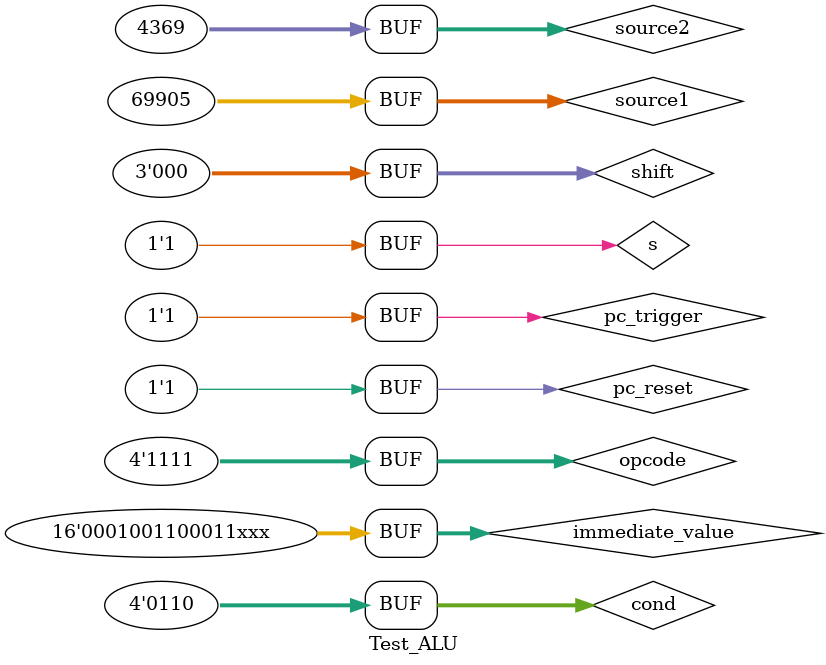
<source format=v>
module Test_ALU;
reg s;
reg [2:0] shift;
reg [15:0] immediate_value;
reg [31:0] source1,source2;
reg [3:0] cond,opcode;
wire [31:0] result;
wire [3:0] flags;

reg pc_trigger, pc_reset;
wire [7:0] pc_out;




initial
begin
	s = 0; shift = 3'b0; immediate_value = 16'b0001_0011_0001_1xxx; source1 = 32'h0000_00001; source2 = 32'h0000_0002; cond = 4'b0000; opcode = 4'b0000; pc_trigger=1'b1; pc_reset=1'b0; // ADD expecting result = 32'h0000_0003 & no flags set adder WORKING
//10
#10 	s = 0; shift = 3'b0; immediate_value = 16'b0010_0100_0001_1xxx; source1 = 32'h5555_5555; source2 = 32'h3333_3333; cond = 4'b0000; opcode = 4'b0001;	pc_trigger=1'b0; pc_reset=1'b1;// SUB expecting result = 32'h2222_2222 & no flags set subtraction WORKING
//20
#10 	s = 1; shift = 3'b001; immediate_value = 16'b0001_0011_0001_1xxx; source1 = 32'b0000_1001; source2 = 32'b0000_0110; cond = 4'b0000; opcode = 4'b0011; pc_trigger=1'b1; pc_reset=1'b1;	// bitwise OR on shifted input (source2 goes to 32'b0 after shift) expecting result = 32'b1001 & no flags set
//30
#10 	s = 1; shift = 3'b0; immediate_value = 16'b0001_0011_0001_1xxx; source1 = 32'h0000_1111; source2 = 32'h0000_1111; cond = 4'b0000; opcode = 4'b0001;	pc_trigger=1'b0; pc_reset=1'b1;// SUB expecting result = 32'h0 & z flag set to 1
//40
#10 	s = 1; shift = 3'b0; immediate_value = 16'b0001_0011_0001_1xxx; source1 = 32'h0000_0000; source2 = 32'h0000_ffff; cond = 4'b0000; opcode = 4'b0001; pc_trigger=1'b1; pc_reset=1'b1;// SUB expecting result = 32'hFFFF_0001 & n flag set to 1
//50
#10     s = 1; shift=3'b0; immediate_value = 16'b0001_0011_0000_1xxx; source1 = 32'b101; source2 = 32'b101; cond = 4'b0000; opcode = 4'b0010; pc_trigger=1'b0; pc_reset=1'b1; // multiplier, result = 32'h0000_00AF, all flags set to zero
//60
#10 	s = 1; shift = 3'b0; immediate_value = 16'b0001_0011_0001_1xxx; source1 = 32'h0001_1111; source2 = 32'h0000_1111; cond = 4'b0000; opcode = 4'b0100;	pc_trigger=1'b1; pc_reset=1'b1;// bitwise AND, should ouput 32'h0000_1111
//70
#10 	s = 1; shift = 3'b0; immediate_value = 16'b0001_0011_0001_1xxx; source1 = 32'h0001_1110; source2 = 32'h0000_1111; cond = 4'b0000; opcode = 4'b0101;	 pc_trigger=1'b0; pc_reset=1'b1;// bitwise XOR, should output 32'h0001_0001
//80
#10 	s = 1; shift = 3'b0; immediate_value = 16'b1111_1111_1111_1111; source1 = 32'h0001_1110; source2 = 32'h0000_1111; cond = 4'b0000; opcode = 4'b0110;	 pc_trigger=1'b1; pc_reset=1'b0;// immediate move, out=immediate_value=1111_1111_1111_1111
//90
#10 	s = 1; shift = 3'b0; immediate_value = 16'b1111_1111_1111_1111; source1 = 32'h0001_1110; source2 = 32'h0000_1111; cond = 4'b0000; opcode = 4'b0111;	 pc_trigger=1'b0; pc_reset=1'b1;// move, out=source2=32h'0000_1111
//100
#10 	s = 1; shift = 3'b0; immediate_value = 16'b0001_0011_0001_1xxx; source1 = 32'h0000_1111; source2 = 32'h0000_1111; cond = 4'b0001; opcode = 4'b1000;	 pc_trigger=1'b1; pc_reset=1'b1;// comapare equal than, out=1
//110
#10 	s = 1; shift = 3'b0; immediate_value = 16'b0001_0011_0001_1xxx; source1 = 32'hF001_1111; source2 = 32'h0000_1111; cond = 4'b0010; opcode = 4'b1000;	 pc_trigger=1'b0; pc_reset=1'b1;// compare greater than, out = 0
//120
#10 	s = 1; shift = 3'b0; immediate_value = 16'b0001_0011_0001_1xxx; source1 = 32'h0001_1111; source2 = 32'h0000_1111; cond = 4'b0110; opcode = 4'b1000;	 pc_trigger=1'b1; pc_reset=1'b1;// compare unisgned higher than, out = 1
//130
#10 	s = 1; shift = 3'b0; immediate_value = 16'b0001_0011_0001_1xxx; source1 = 32'h0001_1111; source2 = 32'h0000_1111; cond = 4'b0110; opcode = 4'b1001;	 pc_trigger=1'b0; pc_reset=1'b1;// LDR, doesnt matter the output since the register bank will never take it
//140
#10 	s = 1; shift = 3'b0; immediate_value = 16'b0001_0011_0001_1xxx; source1 = 32'h0001_1111; source2 = 32'h0000_1111; cond = 4'b0110; opcode = 4'b1111;	 pc_trigger=1'b1; pc_reset=1'b1;// No Instruction, outputs high imedance


end
initial
begin
$monitor($time, " \nsource1 = %b \nsource2 = %b\nsrce2_int=%b \nresult =  %b, flags (nzcv) = %b, program counter=%d", source1, source2, Test_ALU_call.intermediate_source2, result, flags, pc_out);
end

alu_control Test_ALU_call(cond, opcode, s, shift, immediate_value, source1, source2, result, flags, pc_trigger, pc_out, pc_reset);
endmodule



</source>
